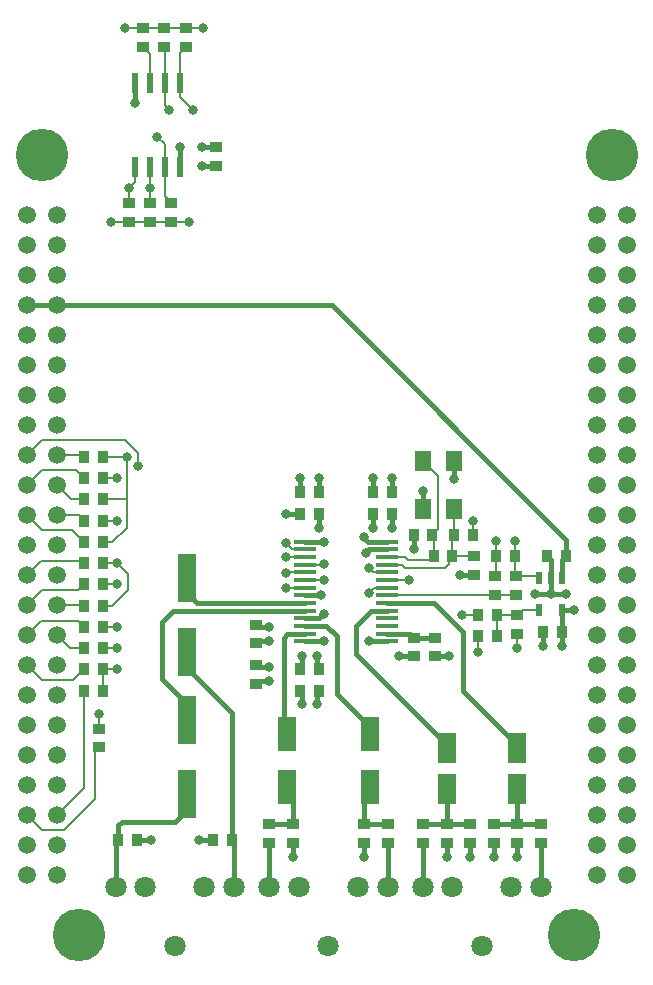
<source format=gtl>
G04 (created by PCBNEW-RS274X (2012-05-21 BZR 3261)-stable) date Thu 30 May 2013 05:43:25 PM PDT*
G01*
G70*
G90*
%MOIN*%
G04 Gerber Fmt 3.4, Leading zero omitted, Abs format*
%FSLAX34Y34*%
G04 APERTURE LIST*
%ADD10C,0.008000*%
%ADD11R,0.053100X0.065000*%
%ADD12R,0.035400X0.039400*%
%ADD13R,0.063000X0.163400*%
%ADD14R,0.063000X0.118100*%
%ADD15R,0.023600X0.070900*%
%ADD16R,0.039400X0.035400*%
%ADD17R,0.039400X0.037400*%
%ADD18R,0.037400X0.039400*%
%ADD19C,0.070900*%
%ADD20R,0.023600X0.043300*%
%ADD21R,0.063000X0.100400*%
%ADD22C,0.059100*%
%ADD23C,0.175000*%
%ADD24R,0.072800X0.017700*%
%ADD25C,0.032000*%
%ADD26C,0.016000*%
G04 APERTURE END LIST*
G54D10*
G54D11*
X38229Y-41555D03*
X38229Y-39941D03*
X37205Y-39941D03*
X37205Y-41555D03*
G54D12*
X37559Y-43110D03*
X38189Y-43110D03*
G54D13*
X29331Y-48563D03*
X29331Y-51043D03*
X29331Y-43839D03*
X29331Y-46319D03*
G54D14*
X32677Y-49035D03*
X32677Y-50807D03*
X35433Y-49035D03*
X35433Y-50807D03*
G54D15*
X29096Y-27343D03*
X28596Y-27343D03*
X28096Y-27343D03*
X27596Y-27343D03*
X27596Y-30139D03*
X28096Y-30139D03*
X28596Y-30139D03*
X29096Y-30139D03*
G54D16*
X27873Y-25512D03*
X27873Y-26142D03*
X28582Y-25512D03*
X28582Y-26142D03*
X29291Y-25512D03*
X29291Y-26142D03*
X28818Y-31969D03*
X28818Y-31339D03*
X28110Y-31969D03*
X28110Y-31339D03*
X27401Y-31969D03*
X27401Y-31339D03*
G54D17*
X30314Y-30118D03*
X30314Y-29488D03*
G54D16*
X37991Y-52047D03*
X37991Y-52677D03*
X40353Y-52047D03*
X40353Y-52677D03*
X40315Y-43779D03*
X40315Y-44409D03*
X37204Y-52047D03*
X37204Y-52677D03*
X41141Y-52047D03*
X41141Y-52677D03*
G54D12*
X27047Y-52560D03*
X27677Y-52560D03*
X30827Y-52559D03*
X30197Y-52559D03*
G54D16*
X32086Y-52047D03*
X32086Y-52677D03*
X36023Y-52047D03*
X36023Y-52677D03*
X32874Y-52047D03*
X32874Y-52677D03*
X35236Y-52047D03*
X35236Y-52677D03*
G54D17*
X38778Y-52047D03*
X38778Y-52677D03*
X31653Y-47363D03*
X31653Y-46733D03*
G54D18*
X33740Y-41693D03*
X33110Y-41693D03*
X33740Y-46890D03*
X33110Y-46890D03*
X36181Y-41693D03*
X35551Y-41693D03*
G54D17*
X36890Y-45827D03*
X36890Y-46457D03*
X39566Y-52047D03*
X39566Y-52677D03*
G54D12*
X26535Y-46181D03*
X25905Y-46181D03*
X26535Y-43346D03*
X25905Y-43346D03*
X26535Y-44764D03*
X25905Y-44764D03*
X39055Y-45787D03*
X39685Y-45787D03*
X39685Y-45079D03*
X39055Y-45079D03*
X40276Y-43110D03*
X39646Y-43110D03*
X26535Y-47598D03*
X25905Y-47598D03*
X26535Y-46890D03*
X25905Y-46890D03*
G54D16*
X26417Y-48858D03*
X26417Y-49488D03*
G54D12*
X26535Y-45472D03*
X25905Y-45472D03*
X26535Y-44055D03*
X25905Y-44055D03*
X25905Y-40512D03*
X26535Y-40512D03*
X25905Y-41929D03*
X26535Y-41929D03*
X25905Y-41220D03*
X26535Y-41220D03*
X25905Y-39803D03*
X26535Y-39803D03*
X25905Y-42638D03*
X26535Y-42638D03*
G54D16*
X39606Y-43779D03*
X39606Y-44409D03*
G54D12*
X38228Y-42402D03*
X38858Y-42402D03*
G54D17*
X31653Y-46024D03*
X31653Y-45394D03*
G54D18*
X37520Y-42402D03*
X36890Y-42402D03*
G54D17*
X38898Y-43110D03*
X38898Y-43740D03*
G54D18*
X41850Y-45630D03*
X41220Y-45630D03*
G54D17*
X40354Y-45079D03*
X40354Y-45709D03*
G54D18*
X41969Y-43110D03*
X41339Y-43110D03*
G54D17*
X37598Y-45827D03*
X37598Y-46457D03*
G54D18*
X36181Y-40984D03*
X35551Y-40984D03*
X33740Y-47599D03*
X33110Y-47599D03*
X33740Y-40984D03*
X33110Y-40984D03*
G54D19*
X37203Y-54133D03*
X41141Y-54133D03*
X39172Y-56102D03*
X40156Y-54133D03*
X38188Y-54133D03*
X26968Y-54134D03*
X30906Y-54134D03*
X28937Y-56103D03*
X29921Y-54134D03*
X27953Y-54134D03*
X32086Y-54133D03*
X36024Y-54133D03*
X34055Y-56102D03*
X35039Y-54133D03*
X33071Y-54133D03*
G54D20*
X41831Y-43839D03*
X41457Y-43839D03*
X41083Y-43839D03*
X41083Y-44901D03*
X41831Y-44901D03*
G54D21*
X40353Y-49507D03*
X40353Y-50885D03*
X37991Y-49507D03*
X37991Y-50885D03*
G54D22*
X24000Y-31750D03*
X25000Y-31750D03*
X24000Y-32750D03*
X25000Y-32750D03*
X24000Y-33750D03*
X25000Y-33750D03*
X24000Y-34750D03*
X25000Y-34750D03*
X24000Y-35750D03*
X25000Y-35750D03*
X24000Y-36750D03*
X25000Y-36750D03*
X24000Y-37750D03*
X25000Y-37750D03*
X24000Y-38750D03*
X25000Y-38750D03*
X24000Y-39750D03*
X25000Y-39750D03*
X24000Y-40750D03*
X25000Y-40750D03*
X24000Y-41750D03*
X25000Y-41750D03*
X24000Y-42750D03*
X25000Y-42750D03*
X24000Y-43750D03*
X25000Y-43750D03*
X24000Y-44750D03*
X25000Y-44750D03*
X24000Y-45750D03*
X25000Y-45750D03*
X24000Y-46750D03*
X25000Y-46750D03*
X24000Y-47750D03*
X25000Y-47750D03*
X24000Y-48750D03*
X25000Y-48750D03*
X24000Y-49750D03*
X25000Y-49750D03*
X24000Y-50750D03*
X25000Y-50750D03*
X24000Y-51750D03*
X25000Y-51750D03*
X24000Y-52750D03*
X25000Y-52750D03*
X24000Y-53750D03*
X25000Y-53750D03*
X43000Y-31750D03*
X44000Y-31750D03*
X43000Y-32750D03*
X44000Y-32750D03*
X43000Y-33750D03*
X44000Y-33750D03*
X43000Y-34750D03*
X44000Y-34750D03*
X43000Y-35750D03*
X44000Y-35750D03*
X43000Y-36750D03*
X44000Y-36750D03*
X43000Y-37750D03*
X44000Y-37750D03*
X43000Y-38750D03*
X44000Y-38750D03*
X43000Y-39750D03*
X44000Y-39750D03*
X43000Y-40750D03*
X44000Y-40750D03*
X43000Y-41750D03*
X44000Y-41750D03*
X43000Y-42750D03*
X44000Y-42750D03*
X43000Y-43750D03*
X44000Y-43750D03*
X43000Y-44750D03*
X44000Y-44750D03*
X43000Y-45750D03*
X44000Y-45750D03*
X43000Y-46750D03*
X44000Y-46750D03*
X43000Y-47750D03*
X44000Y-47750D03*
X43000Y-48750D03*
X44000Y-48750D03*
X43000Y-49750D03*
X44000Y-49750D03*
X43000Y-50750D03*
X44000Y-50750D03*
X43000Y-51750D03*
X44000Y-51750D03*
X43000Y-52750D03*
X44000Y-52750D03*
X43000Y-53750D03*
X44000Y-53750D03*
G54D23*
X24500Y-29750D03*
X43500Y-29750D03*
X25750Y-55750D03*
X42250Y-55750D03*
G54D24*
X33266Y-42629D03*
X33266Y-42885D03*
X33266Y-43140D03*
X33266Y-43396D03*
X33266Y-43652D03*
X33266Y-43908D03*
X33266Y-44164D03*
X33266Y-44420D03*
X33266Y-44676D03*
X33266Y-44932D03*
X33266Y-45188D03*
X33266Y-45444D03*
X33266Y-45699D03*
X33266Y-45955D03*
X36022Y-45955D03*
X36022Y-45699D03*
X36022Y-45444D03*
X36022Y-45188D03*
X36022Y-44932D03*
X36022Y-44676D03*
X36022Y-44420D03*
X36022Y-44164D03*
X36022Y-43908D03*
X36022Y-43652D03*
X36022Y-43396D03*
X36022Y-43140D03*
X36022Y-42885D03*
X36022Y-42629D03*
G54D25*
X33898Y-43898D03*
X27008Y-46181D03*
X32638Y-44173D03*
X27008Y-44055D03*
X32638Y-43150D03*
X27008Y-46890D03*
X32638Y-42677D03*
X27008Y-43346D03*
X33898Y-43386D03*
X26417Y-48386D03*
X32638Y-43662D03*
X27008Y-45472D03*
X28110Y-30827D03*
X27402Y-30827D03*
X38858Y-41929D03*
X27008Y-40512D03*
X35394Y-43504D03*
X27008Y-41929D03*
X27323Y-39803D03*
X36732Y-43898D03*
X35394Y-44331D03*
X27717Y-40118D03*
X33110Y-40512D03*
X33898Y-42638D03*
X26810Y-31969D03*
X29881Y-25512D03*
X35551Y-42165D03*
X35315Y-42992D03*
X27283Y-25512D03*
X29842Y-30118D03*
X35551Y-40512D03*
X29094Y-29488D03*
X40276Y-42598D03*
X29409Y-31969D03*
X32638Y-41693D03*
X33898Y-45945D03*
X41850Y-46102D03*
X32087Y-45945D03*
X42244Y-44921D03*
X32087Y-47284D03*
X33819Y-44409D03*
X33661Y-48031D03*
X39055Y-46299D03*
X33661Y-46457D03*
X38425Y-43740D03*
X29724Y-52559D03*
X40354Y-46181D03*
X36417Y-46457D03*
X33189Y-48031D03*
X40945Y-44370D03*
X38504Y-45079D03*
X32874Y-53150D03*
X40354Y-53150D03*
X36890Y-42874D03*
X37992Y-53150D03*
X36181Y-42165D03*
X29842Y-29488D03*
X33189Y-46457D03*
X38780Y-53150D03*
X39646Y-42598D03*
X32087Y-45472D03*
X33740Y-42165D03*
X36181Y-40512D03*
X41220Y-46102D03*
X41969Y-44370D03*
X27598Y-27992D03*
X37205Y-40945D03*
X38071Y-46457D03*
X35236Y-42480D03*
X38228Y-40551D03*
X41457Y-44370D03*
X33740Y-40512D03*
X35236Y-53150D03*
X28150Y-52559D03*
X35394Y-45945D03*
X32087Y-46811D03*
X33898Y-45040D03*
X39567Y-53150D03*
X29528Y-28228D03*
X28740Y-28228D03*
X28346Y-29134D03*
G54D10*
X27008Y-46181D02*
X26535Y-46181D01*
X33266Y-43908D02*
X33888Y-43908D01*
X33888Y-43908D02*
X33898Y-43898D01*
X33266Y-44164D02*
X32647Y-44164D01*
X27008Y-44055D02*
X26535Y-44055D01*
X32647Y-44164D02*
X32638Y-44173D01*
X26535Y-46890D02*
X26535Y-47598D01*
X26535Y-46890D02*
X27008Y-46890D01*
X32648Y-43140D02*
X32638Y-43150D01*
X32648Y-43140D02*
X33266Y-43140D01*
X33266Y-42885D02*
X32846Y-42885D01*
X26850Y-44764D02*
X27362Y-44252D01*
X32846Y-42885D02*
X32638Y-42677D01*
X27008Y-43346D02*
X26535Y-43346D01*
X27362Y-44252D02*
X27362Y-43700D01*
X27362Y-43700D02*
X27008Y-43346D01*
X26535Y-44764D02*
X26850Y-44764D01*
X33888Y-43396D02*
X33898Y-43386D01*
X33888Y-43396D02*
X33266Y-43396D01*
X26417Y-48858D02*
X26417Y-48386D01*
X33266Y-43652D02*
X32648Y-43652D01*
X27008Y-45472D02*
X26535Y-45472D01*
X32648Y-43652D02*
X32638Y-43662D01*
X24514Y-40236D02*
X25629Y-40236D01*
X28096Y-30813D02*
X28110Y-30827D01*
X24000Y-40750D02*
X24514Y-40236D01*
X28110Y-30827D02*
X28110Y-31339D01*
X25629Y-40236D02*
X25905Y-40512D01*
X28096Y-30139D02*
X28096Y-30813D01*
X25470Y-41220D02*
X25905Y-41220D01*
X27402Y-30827D02*
X27401Y-30828D01*
X25000Y-40750D02*
X25470Y-41220D01*
X27596Y-30633D02*
X27402Y-30827D01*
X27401Y-30828D02*
X27401Y-31339D01*
X27596Y-30139D02*
X27596Y-30633D01*
G54D26*
X33266Y-44676D02*
X29676Y-44676D01*
X29331Y-44331D02*
X29331Y-43839D01*
X29676Y-44676D02*
X29331Y-44331D01*
X40353Y-49408D02*
X40353Y-49507D01*
X38543Y-47598D02*
X40353Y-49408D01*
X38543Y-45630D02*
X38543Y-47598D01*
X37589Y-44676D02*
X38543Y-45630D01*
X36022Y-44676D02*
X37589Y-44676D01*
X33989Y-45444D02*
X34331Y-45786D01*
X33266Y-45444D02*
X33989Y-45444D01*
X34331Y-45786D02*
X34331Y-47717D01*
X35433Y-48819D02*
X35433Y-49035D01*
X34331Y-47717D02*
X35433Y-48819D01*
G54D10*
X25905Y-50845D02*
X25905Y-47598D01*
X25000Y-51750D02*
X25905Y-50845D01*
X24494Y-47244D02*
X25551Y-47244D01*
X25551Y-47244D02*
X25905Y-46890D01*
X24000Y-46750D02*
X24494Y-47244D01*
X25891Y-44750D02*
X25000Y-44750D01*
X25905Y-44764D02*
X25891Y-44750D01*
X38858Y-41929D02*
X38858Y-42402D01*
X24482Y-43268D02*
X25827Y-43268D01*
X25827Y-43268D02*
X25905Y-43346D01*
X24000Y-43750D02*
X24482Y-43268D01*
X25000Y-45750D02*
X25431Y-46181D01*
X25431Y-46181D02*
X25905Y-46181D01*
X24491Y-52241D02*
X25239Y-52241D01*
X25239Y-52241D02*
X26260Y-51220D01*
X24491Y-52241D02*
X24000Y-51750D01*
X26260Y-49645D02*
X26417Y-49488D01*
X26260Y-51220D02*
X26260Y-49645D01*
X24000Y-44750D02*
X24498Y-44252D01*
X25708Y-44252D02*
X25905Y-44055D01*
X24498Y-44252D02*
X25708Y-44252D01*
X24474Y-45276D02*
X25709Y-45276D01*
X25709Y-45276D02*
X25905Y-45472D01*
X24000Y-45750D02*
X24474Y-45276D01*
X39606Y-44409D02*
X40315Y-44409D01*
X36022Y-44420D02*
X39595Y-44420D01*
X39595Y-44420D02*
X39606Y-44409D01*
G54D26*
X28886Y-44932D02*
X28504Y-45314D01*
X33266Y-44932D02*
X28886Y-44932D01*
X28504Y-45314D02*
X28504Y-47205D01*
X28504Y-47205D02*
X29331Y-48032D01*
X29331Y-48032D02*
X29331Y-48563D01*
X36022Y-44932D02*
X35461Y-44932D01*
X35461Y-44932D02*
X34961Y-45432D01*
X34961Y-45432D02*
X34961Y-46378D01*
X37991Y-49408D02*
X37991Y-49507D01*
X34961Y-46378D02*
X37991Y-49408D01*
X33266Y-45699D02*
X32687Y-45699D01*
X32687Y-45699D02*
X32559Y-45827D01*
X32559Y-45827D02*
X32559Y-48917D01*
X32559Y-48917D02*
X32677Y-49035D01*
G54D10*
X35542Y-43652D02*
X35394Y-43504D01*
X27008Y-40512D02*
X26535Y-40512D01*
X35542Y-43652D02*
X36022Y-43652D01*
X27008Y-41929D02*
X26535Y-41929D01*
X27323Y-39803D02*
X26535Y-39803D01*
X27323Y-42165D02*
X27323Y-41220D01*
X27323Y-41220D02*
X27323Y-39803D01*
X26535Y-42638D02*
X26850Y-42638D01*
X26850Y-42638D02*
X27323Y-42165D01*
X36032Y-43898D02*
X36022Y-43908D01*
X26535Y-41220D02*
X27323Y-41220D01*
X36032Y-43898D02*
X36732Y-43898D01*
X27717Y-40118D02*
X27717Y-39686D01*
X27283Y-39252D02*
X24498Y-39252D01*
X24000Y-39750D02*
X24498Y-39252D01*
X27717Y-39686D02*
X27283Y-39252D01*
X35561Y-44164D02*
X35394Y-44331D01*
X35561Y-44164D02*
X36022Y-44164D01*
X24000Y-41750D02*
X24494Y-42244D01*
X25511Y-42244D02*
X25905Y-42638D01*
X24494Y-42244D02*
X25511Y-42244D01*
X25905Y-39803D02*
X25852Y-39750D01*
X25852Y-39750D02*
X25000Y-39750D01*
X25000Y-41750D02*
X25726Y-41750D01*
X25726Y-41750D02*
X25905Y-41929D01*
X27401Y-31969D02*
X28110Y-31969D01*
X28110Y-31969D02*
X28818Y-31969D01*
X29291Y-25512D02*
X29881Y-25512D01*
X27401Y-31969D02*
X26810Y-31969D01*
X40276Y-43110D02*
X40276Y-42598D01*
X28818Y-31969D02*
X29409Y-31969D01*
G54D26*
X33889Y-42629D02*
X33898Y-42638D01*
G54D10*
X27873Y-25512D02*
X27283Y-25512D01*
X40315Y-43779D02*
X41023Y-43779D01*
G54D26*
X35551Y-41693D02*
X35551Y-42165D01*
X33110Y-40984D02*
X33110Y-40512D01*
X36022Y-42885D02*
X35422Y-42885D01*
G54D10*
X41023Y-43779D02*
X41083Y-43839D01*
X27873Y-25512D02*
X28582Y-25512D01*
X28582Y-25512D02*
X29291Y-25512D01*
G54D26*
X33110Y-41693D02*
X32638Y-41693D01*
X33266Y-42629D02*
X33889Y-42629D01*
G54D10*
X40276Y-43740D02*
X40315Y-43779D01*
G54D26*
X29096Y-30139D02*
X29096Y-29490D01*
X35551Y-40984D02*
X35551Y-40512D01*
G54D10*
X40276Y-43110D02*
X40276Y-43740D01*
G54D26*
X29096Y-29490D02*
X29094Y-29488D01*
X35422Y-42885D02*
X35315Y-42992D01*
X30314Y-30118D02*
X29842Y-30118D01*
X41831Y-43839D02*
X41831Y-43248D01*
X24000Y-34750D02*
X25000Y-34750D01*
X34160Y-34750D02*
X41969Y-42559D01*
X41969Y-42559D02*
X41969Y-43110D01*
X25000Y-34750D02*
X34160Y-34750D01*
X41831Y-43248D02*
X41969Y-43110D01*
X36762Y-45699D02*
X36890Y-45827D01*
X37598Y-45827D02*
X36890Y-45827D01*
X36022Y-45699D02*
X36762Y-45699D01*
G54D10*
X38228Y-41556D02*
X38229Y-41555D01*
X38898Y-43110D02*
X38189Y-43110D01*
X38189Y-43110D02*
X38189Y-42441D01*
X37952Y-43504D02*
X38071Y-43385D01*
X36506Y-43396D02*
X36614Y-43504D01*
X38228Y-42402D02*
X38228Y-41556D01*
X36614Y-43504D02*
X37952Y-43504D01*
X38071Y-43385D02*
X38071Y-43228D01*
X38071Y-43228D02*
X38189Y-43110D01*
X38189Y-42441D02*
X38228Y-42402D01*
X36022Y-43396D02*
X36506Y-43396D01*
X37440Y-43229D02*
X37559Y-43110D01*
X37717Y-40453D02*
X37205Y-39941D01*
X37717Y-42205D02*
X37717Y-40453D01*
X36693Y-43229D02*
X37440Y-43229D01*
X37559Y-42441D02*
X37520Y-42402D01*
X36022Y-43140D02*
X36604Y-43140D01*
X37559Y-43110D02*
X37559Y-42441D01*
X36604Y-43140D02*
X36693Y-43229D01*
X37520Y-42402D02*
X37717Y-42205D01*
G54D26*
X33266Y-44420D02*
X33808Y-44420D01*
X41831Y-44901D02*
X42224Y-44901D01*
X31653Y-47363D02*
X31732Y-47284D01*
X41831Y-45611D02*
X41850Y-45630D01*
X41831Y-44901D02*
X41831Y-45611D01*
X33740Y-46890D02*
X33661Y-46811D01*
X33661Y-47678D02*
X33661Y-48031D01*
X31732Y-47284D02*
X32087Y-47284D01*
X31732Y-45945D02*
X32087Y-45945D01*
X33808Y-44420D02*
X33819Y-44409D01*
X31653Y-46024D02*
X31732Y-45945D01*
X41850Y-45630D02*
X41850Y-46102D01*
X42224Y-44901D02*
X42244Y-44921D01*
X33266Y-45955D02*
X33888Y-45955D01*
G54D10*
X39055Y-45787D02*
X39055Y-46299D01*
G54D26*
X33740Y-47599D02*
X33661Y-47678D01*
X33661Y-46811D02*
X33661Y-46457D01*
X33888Y-45955D02*
X33898Y-45945D01*
X35404Y-45955D02*
X35394Y-45945D01*
X38778Y-52677D02*
X38778Y-53148D01*
X30314Y-29488D02*
X29842Y-29488D01*
G54D10*
X39646Y-43739D02*
X39606Y-43779D01*
G54D26*
X41457Y-43228D02*
X41339Y-43110D01*
X33110Y-47599D02*
X33189Y-47678D01*
X33740Y-40984D02*
X33740Y-40512D01*
X33189Y-47678D02*
X33189Y-48031D01*
X37991Y-52677D02*
X37991Y-53149D01*
X27596Y-27990D02*
X27596Y-27343D01*
G54D10*
X39055Y-45079D02*
X38504Y-45079D01*
X40354Y-45709D02*
X40354Y-46181D01*
G54D26*
X27596Y-27990D02*
X27598Y-27992D01*
X41220Y-45630D02*
X41220Y-46102D01*
X36890Y-42402D02*
X36890Y-42874D01*
X36890Y-46457D02*
X36417Y-46457D01*
X38229Y-39941D02*
X38229Y-40550D01*
X33750Y-45188D02*
X33898Y-45040D01*
X30197Y-52559D02*
X29724Y-52559D01*
X35236Y-52677D02*
X35236Y-53150D01*
X31732Y-46812D02*
X32087Y-46811D01*
X39566Y-52677D02*
X39566Y-53149D01*
X36181Y-40984D02*
X36181Y-40512D01*
X38229Y-40550D02*
X38228Y-40551D01*
X40353Y-52677D02*
X40353Y-53149D01*
X40353Y-53149D02*
X40354Y-53150D01*
X32874Y-52677D02*
X32874Y-53150D01*
X37991Y-53149D02*
X37992Y-53150D01*
X41457Y-44370D02*
X40945Y-44370D01*
X39566Y-53149D02*
X39567Y-53150D01*
X31732Y-45473D02*
X32087Y-45472D01*
G54D10*
X39646Y-43110D02*
X39646Y-43739D01*
X39646Y-43110D02*
X39646Y-42598D01*
G54D26*
X33110Y-46890D02*
X33189Y-46811D01*
X36022Y-42629D02*
X35385Y-42629D01*
X38778Y-53148D02*
X38780Y-53150D01*
X33266Y-45188D02*
X33750Y-45188D01*
X31653Y-45394D02*
X31732Y-45473D01*
X41457Y-43839D02*
X41457Y-44370D01*
X33740Y-41693D02*
X33740Y-42165D01*
X41457Y-44370D02*
X41969Y-44370D01*
X38898Y-43740D02*
X38425Y-43740D01*
X35385Y-42629D02*
X35236Y-42480D01*
X36022Y-45955D02*
X35404Y-45955D01*
X27677Y-52560D02*
X28149Y-52560D01*
X36181Y-41693D02*
X36181Y-42165D01*
X31653Y-46733D02*
X31732Y-46812D01*
X33189Y-46811D02*
X33189Y-46457D01*
X37205Y-41555D02*
X37205Y-40945D01*
X37598Y-46457D02*
X38071Y-46457D01*
X28149Y-52560D02*
X28150Y-52559D01*
X41457Y-43839D02*
X41457Y-43228D01*
X32874Y-51004D02*
X32677Y-50807D01*
X32874Y-52047D02*
X32874Y-51004D01*
X32086Y-52047D02*
X32874Y-52047D01*
X35236Y-52047D02*
X36023Y-52047D01*
X35236Y-51004D02*
X35433Y-50807D01*
X35236Y-52047D02*
X35236Y-51004D01*
X40353Y-50885D02*
X40353Y-52047D01*
X41141Y-52047D02*
X40353Y-52047D01*
X39566Y-52047D02*
X40353Y-52047D01*
X27165Y-51969D02*
X28937Y-51969D01*
X26968Y-54134D02*
X26968Y-52639D01*
X29331Y-51575D02*
X29331Y-51043D01*
X27047Y-52560D02*
X27047Y-52087D01*
X28937Y-51969D02*
X29331Y-51575D01*
X27047Y-52087D02*
X27165Y-51969D01*
X26968Y-52639D02*
X27047Y-52560D01*
X37204Y-52047D02*
X37991Y-52047D01*
X37991Y-50885D02*
X37991Y-52047D01*
X38778Y-52047D02*
X37991Y-52047D01*
X41141Y-54133D02*
X41141Y-52677D01*
X37203Y-52678D02*
X37204Y-52677D01*
X37203Y-54133D02*
X37203Y-52678D01*
G54D10*
X39685Y-45787D02*
X39685Y-45079D01*
X41083Y-44901D02*
X40532Y-44901D01*
X40532Y-44901D02*
X40354Y-45079D01*
X39685Y-45079D02*
X40354Y-45079D01*
G54D26*
X36024Y-54133D02*
X36024Y-52678D01*
X36024Y-52678D02*
X36023Y-52677D01*
X32086Y-54133D02*
X32086Y-52677D01*
G54D10*
X29096Y-27796D02*
X29528Y-28228D01*
X29096Y-26337D02*
X29291Y-26142D01*
X29096Y-27343D02*
X29096Y-26337D01*
X29096Y-27343D02*
X29096Y-27796D01*
X28096Y-27343D02*
X28096Y-26365D01*
X28096Y-26365D02*
X27873Y-26142D01*
X28596Y-27343D02*
X28596Y-26156D01*
X28596Y-27343D02*
X28596Y-28084D01*
X28596Y-26156D02*
X28582Y-26142D01*
X28596Y-28084D02*
X28740Y-28228D01*
X28596Y-31117D02*
X28818Y-31339D01*
X28596Y-30139D02*
X28596Y-31117D01*
X28596Y-30139D02*
X28596Y-29384D01*
X28596Y-29384D02*
X28346Y-29134D01*
G54D26*
X30906Y-52638D02*
X30827Y-52559D01*
X30826Y-48345D02*
X30826Y-52558D01*
X29331Y-46319D02*
X29331Y-46850D01*
X30826Y-52558D02*
X30827Y-52559D01*
X30906Y-54134D02*
X30906Y-52638D01*
X29331Y-46850D02*
X30826Y-48345D01*
M02*

</source>
